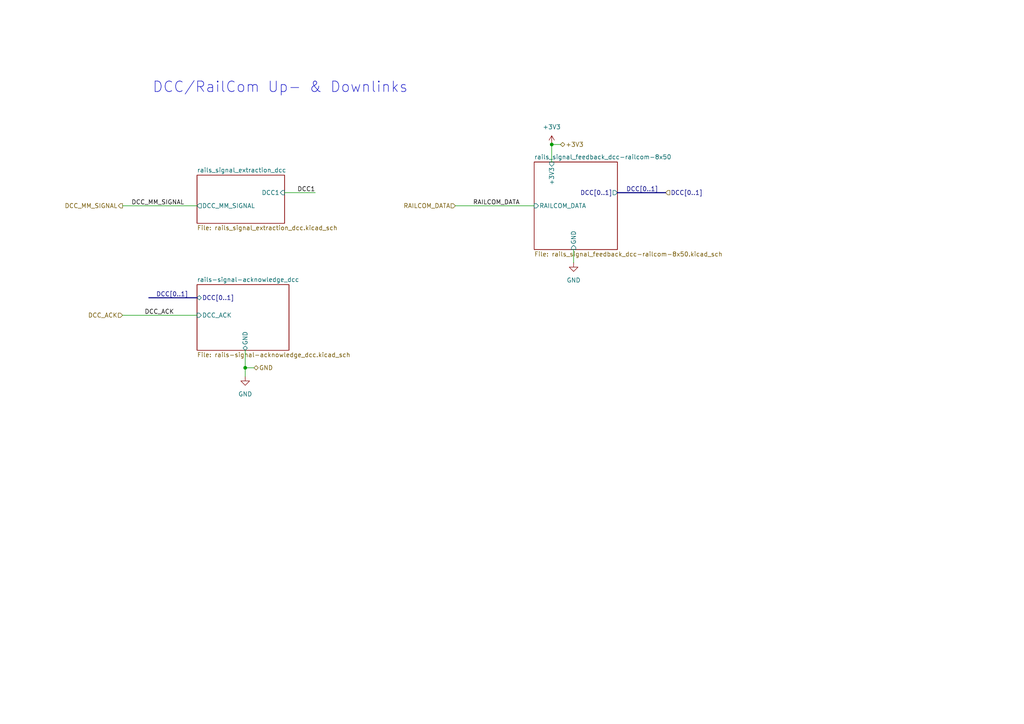
<source format=kicad_sch>
(kicad_sch (version 20231120) (generator "eeschema") (generator_version "8.0")
  (paper "A4")
  (title_block (title "xDuinoRail - LocDecoder - Development Kit") (date "2024-10-09") (rev "v0.2") (company "Chatelain Engineering, Bern - CH"))
  (lib_symbols
    (symbol "GND_1" (power) (pin_numbers hide) (pin_names (offset 0) hide)
      (property "Value" "GND" (at 0 -3.81 0))
      (symbol "GND_1_0_1"
        (polyline (pts (xy 0 0) (xy 0 -1.27) (xy 1.27 -1.27) (xy 0 -2.54) (xy -1.27 -1.27) (xy 0 -1.27)))
      )
      (symbol "GND_1_1_1"
        (pin power_in line (at 0 0 270) (length 0) (name "~") (number "1"))
      )
    )
    (symbol "power:+3V3" (power) (pin_numbers hide) (pin_names (offset 0) hide)
      (property "Value" "+3V3" (at 0 3.556 0))
      (symbol "+3V3_0_1"
        (polyline (pts (xy -0.762 1.27) (xy 0 2.54)))
        (polyline (pts (xy 0 0) (xy 0 2.54)))
        (polyline (pts (xy 0 2.54) (xy 0.762 1.27)))
      )
      (symbol "+3V3_1_1"
        (pin power_in line (at 0 0 90) (length 0) (name "~") (number "1"))
      )
    )
    (symbol "power:GND" (power) (pin_numbers hide) (pin_names (offset 0) hide)
      (property "Value" "GND" (at 0 -3.81 0))
      (symbol "GND_0_1"
        (polyline (pts (xy 0 0) (xy 0 -1.27) (xy 1.27 -1.27) (xy 0 -2.54) (xy -1.27 -1.27) (xy 0 -1.27)))
      )
      (symbol "GND_1_1"
        (pin power_in line (at 0 0 270) (length 0) (name "~") (number "1"))
      )
    )
  )
  (junction (at 160.02 41.91))
  (junction (at 71.12 106.68))
  (wire (pts (xy 166.37 72.39) (xy 166.37 76.2)))
  (wire (pts (xy 35.56 59.69) (xy 57.15 59.69)))
  (wire (pts (xy 71.12 106.68) (xy 71.12 109.22)))
  (wire (pts (xy 82.55 55.88) (xy 91.44 55.88)))
  (bus (pts (xy 179.07 55.88) (xy 193.04 55.88)))
  (wire (pts (xy 73.66 106.68) (xy 71.12 106.68)))
  (wire (pts (xy 71.12 101.6) (xy 71.12 106.68)))
  (wire (pts (xy 132.08 59.69) (xy 154.94 59.69)))
  (wire (pts (xy 162.56 41.91) (xy 160.02 41.91)))
  (wire (pts (xy 35.56 91.44) (xy 57.15 91.44)))
  (bus (pts (xy 57.15 86.36) (xy 43.18 86.36)))
  (wire (pts (xy 160.02 41.91) (xy 160.02 46.99)))
  (text "DCC/RailCom Up- & Downlinks" (at 81.28 25.4 0) (effects (font (size 3.048 3.048))))
  (label "DCC1" (at 91.44 55.88 180))
  (label "RAILCOM_DATA" (at 137.16 59.69 0))
  (label "DCC[0..1]" (at 181.61 55.88 0))
  (label "DCC_MM_SIGNAL" (at 38.1 59.69 0))
  (label "DCC_ACK" (at 41.91 91.44 0))
  (label "DCC[0..1]" (at 54.61 86.36 180))
  (hierarchical_label "RAILCOM_DATA" (shape input) (at 132.08 59.69 180))
  (hierarchical_label "+3V3" (shape bidirectional) (at 162.56 41.91 0))
  (hierarchical_label "DCC_MM_SIGNAL" (shape output) (at 35.56 59.69 180))
  (hierarchical_label "DCC[0..1]" (shape input) (at 193.04 55.88 0))
  (hierarchical_label "DCC_ACK" (shape input) (at 35.56 91.44 180))
  (hierarchical_label "GND" (shape bidirectional) (at 73.66 106.68 0))
  (symbol (lib_id "power:GND") (at 166.37 76.2 0) (unit 1)
    (property "Reference" "#PWR?" (effects (hide yes)))
    (property "Value" "GND" (at 166.37 81.28 0))
    (property "Description" "Power symbol creates a global label with name \"GND\" , ground" (effects (hide yes)))
    (instances (project "acc-rp2040-baseboard" (path "" (reference "#PWR?") (unit 1))) (project "xDuinoRail-Hermes-M-prod" (path "" (reference "#PWR0303") (unit 1))))
  )
  (symbol (lib_name "GND_1") (lib_id "power:GND") (at 71.12 109.22 0) (unit 1)
    (property "Reference" "#PWR?" (effects (hide yes)))
    (property "Value" "GND" (at 71.12 114.3 0))
    (property "Description" "Power symbol creates a global label with name \"GND\" , ground" (effects (hide yes)))
    (instances (project "acc-rp2040-baseboard" (path "" (reference "#PWR?") (unit 1))) (project "xDuinoRail-Hermes-M-prod" (path "" (reference "#PWR0301") (unit 1))))
  )
  (symbol (lib_id "power:+3V3") (at 160.02 41.91 0) (unit 1)
    (property "Reference" "#PWR?" (effects (hide yes)))
    (property "Value" "+3V3" (at 160.02 36.83 0))
    (property "Description" "Power symbol creates a global label with name \"+3V3\"" (effects (hide yes)))
    (instances (project "acc-rp2040-baseboard" (path "" (reference "#PWR?") (unit 1))) (project "xDuinoRail-Hermes-M-prod" (path "" (reference "#PWR0302") (unit 1))))
  )
  (sheet (at 57.15 50.8) (size 25.4 13.97) (stroke (width 0.1524))
    (property "Sheetname" "rails_signal_extraction_dcc" (at 57.15 50.0884 0) (effects (justify left bottom)))
    (property "Sheetfile" "rails_signal_extraction_dcc.kicad_sch" (at 57.15 65.3546 0) (effects (justify left top)))
    (pin "DCC1" input (at 82.55 55.88 0))
    (pin "DCC_MM_SIGNAL" output (at 57.15 59.69 180))
  )
  (sheet (at 154.94 46.99) (size 24.13 25.4) (stroke (width 0.1524))
    (property "Sheetname" "rails_signal_feedback_dcc-railcom-8x50" (at 154.94 46.2784 0) (effects (justify left bottom)))
    (property "Sheetfile" "rails_signal_feedback_dcc-railcom-8x50.kicad_sch" (at 154.94 72.9746 0) (effects (justify left top)))
    (pin "DCC[0..1]" output (at 179.07 55.88 0))
    (pin "RAILCOM_DATA" input (at 154.94 59.69 180))
    (pin "GND" input (at 166.37 72.39 270))
    (pin "+3V3" input (at 160.02 46.99 90))
  )
  (sheet (at 57.15 82.55) (size 26.67 19.05) (stroke (width 0.1524))
    (property "Sheetname" "rails-signal-acknowledge_dcc" (at 57.15 81.8384 0) (effects (justify left bottom)))
    (property "Sheetfile" "rails-signal-acknowledge_dcc.kicad_sch" (at 57.15 102.1846 0) (effects (justify left top)))
    (pin "DCC_ACK" input (at 57.15 91.44 180))
    (pin "GND" bidirectional (at 71.12 101.6 270))
    (pin "DCC[0..1]" bidirectional (at 57.15 86.36 180))
  )
)
</source>
